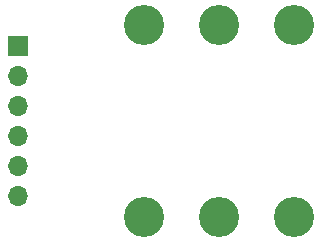
<source format=gbr>
%TF.GenerationSoftware,KiCad,Pcbnew,(6.0.1)*%
%TF.CreationDate,2022-04-11T23:27:34-04:00*%
%TF.ProjectId,TRS_Breakout,5452535f-4272-4656-916b-6f75742e6b69,rev?*%
%TF.SameCoordinates,Original*%
%TF.FileFunction,Copper,L2,Bot*%
%TF.FilePolarity,Positive*%
%FSLAX46Y46*%
G04 Gerber Fmt 4.6, Leading zero omitted, Abs format (unit mm)*
G04 Created by KiCad (PCBNEW (6.0.1)) date 2022-04-11 23:27:34*
%MOMM*%
%LPD*%
G01*
G04 APERTURE LIST*
%TA.AperFunction,ComponentPad*%
%ADD10R,1.700000X1.700000*%
%TD*%
%TA.AperFunction,ComponentPad*%
%ADD11O,1.700000X1.700000*%
%TD*%
%TA.AperFunction,ComponentPad*%
%ADD12C,3.400000*%
%TD*%
G04 APERTURE END LIST*
D10*
%TO.P,J2,1,Pin_1*%
%TO.N,Net-(J1-PadT)*%
X117921875Y-96520000D03*
D11*
%TO.P,J2,2,Pin_2*%
%TO.N,Net-(J1-PadR)*%
X117921875Y-99060000D03*
%TO.P,J2,3,Pin_3*%
%TO.N,Net-(J1-PadS)*%
X117921875Y-101600000D03*
%TO.P,J2,4,Pin_4*%
%TO.N,Net-(J1-PadSN)*%
X117921875Y-104140000D03*
%TO.P,J2,5,Pin_5*%
%TO.N,Net-(J1-PadRN)*%
X117921875Y-106680000D03*
%TO.P,J2,6,Pin_6*%
%TO.N,Net-(J1-PadTN)*%
X117921875Y-109220000D03*
%TD*%
D12*
%TO.P,J1,R*%
%TO.N,Net-(J1-PadR)*%
X134987500Y-94755000D03*
%TO.P,J1,RN*%
%TO.N,Net-(J1-PadRN)*%
X134987500Y-110985000D03*
%TO.P,J1,S*%
%TO.N,Net-(J1-PadS)*%
X141337500Y-94755000D03*
%TO.P,J1,SN*%
%TO.N,Net-(J1-PadSN)*%
X141337500Y-110985000D03*
%TO.P,J1,T*%
%TO.N,Net-(J1-PadT)*%
X128637500Y-94755000D03*
%TO.P,J1,TN*%
%TO.N,Net-(J1-PadTN)*%
X128637500Y-110985000D03*
%TD*%
M02*

</source>
